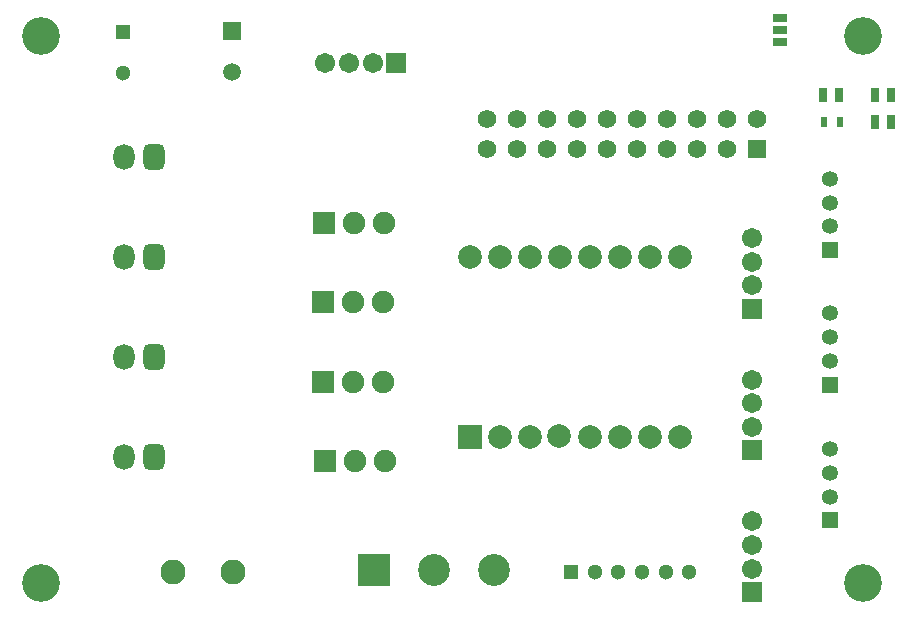
<source format=gbs>
G04*
G04 #@! TF.GenerationSoftware,Altium Limited,Altium Designer,20.1.8 (145)*
G04*
G04 Layer_Color=16711935*
%FSLAX25Y25*%
%MOIN*%
G70*
G04*
G04 #@! TF.SameCoordinates,2B98FD46-9CAB-426A-9CBD-916E77886E0C*
G04*
G04*
G04 #@! TF.FilePolarity,Negative*
G04*
G01*
G75*
%ADD20R,0.01968X0.03740*%
%ADD27R,0.02769X0.04540*%
%ADD32C,0.07887*%
%ADD33R,0.07887X0.07887*%
%ADD34R,0.05328X0.05328*%
%ADD35C,0.05328*%
%ADD36C,0.12611*%
%ADD37C,0.05918*%
%ADD38R,0.05918X0.05918*%
%ADD39C,0.06706*%
%ADD40R,0.06706X0.06706*%
%ADD41R,0.10642X0.10642*%
%ADD42C,0.10642*%
%ADD43C,0.06181*%
%ADD44R,0.06181X0.06181*%
%ADD45R,0.07493X0.07493*%
%ADD46C,0.07493*%
G04:AMPARAMS|DCode=47|XSize=86.74mil|YSize=70.99mil|CornerRadius=19.75mil|HoleSize=0mil|Usage=FLASHONLY|Rotation=270.000|XOffset=0mil|YOffset=0mil|HoleType=Round|Shape=RoundedRectangle|*
%AMROUNDEDRECTD47*
21,1,0.08674,0.03150,0,0,270.0*
21,1,0.04724,0.07099,0,0,270.0*
1,1,0.03950,-0.01575,-0.02362*
1,1,0.03950,-0.01575,0.02362*
1,1,0.03950,0.01575,0.02362*
1,1,0.03950,0.01575,-0.02362*
%
%ADD47ROUNDEDRECTD47*%
%ADD48O,0.07099X0.08674*%
%ADD49R,0.06706X0.06706*%
%ADD50C,0.08280*%
%ADD51C,0.05118*%
%ADD52R,0.05118X0.05118*%
%ADD53R,0.05118X0.05118*%
%ADD73R,0.04737X0.02769*%
D20*
X279724Y166929D02*
D03*
X274606D02*
D03*
D27*
X279331Y175984D02*
D03*
X274213D02*
D03*
X291535Y166929D02*
D03*
X296654D02*
D03*
Y175984D02*
D03*
X291535D02*
D03*
D32*
X186221Y62205D02*
D03*
X226339Y122126D02*
D03*
X216339D02*
D03*
X206339D02*
D03*
X196339D02*
D03*
X186339D02*
D03*
X176339D02*
D03*
X166339D02*
D03*
X156339D02*
D03*
X226339Y62126D02*
D03*
X216339D02*
D03*
X206339D02*
D03*
X196339D02*
D03*
X176339D02*
D03*
X166339D02*
D03*
D33*
X156339D02*
D03*
D34*
X276378Y124331D02*
D03*
Y79452D02*
D03*
X276378Y34191D02*
D03*
D35*
X276378Y132232D02*
D03*
Y140130D02*
D03*
Y148031D02*
D03*
Y87353D02*
D03*
Y95251D02*
D03*
Y103153D02*
D03*
X276378Y42092D02*
D03*
Y49990D02*
D03*
Y57892D02*
D03*
D36*
X287402Y195669D02*
D03*
Y13386D02*
D03*
X13386D02*
D03*
Y195669D02*
D03*
D37*
X76985Y183481D02*
D03*
D38*
Y197261D02*
D03*
D39*
X250394Y81102D02*
D03*
Y65354D02*
D03*
Y73228D02*
D03*
Y128347D02*
D03*
Y112598D02*
D03*
Y120472D02*
D03*
Y33858D02*
D03*
Y18110D02*
D03*
Y25984D02*
D03*
X108268Y186811D02*
D03*
X124016D02*
D03*
X116142D02*
D03*
D40*
X250394Y57480D02*
D03*
Y104724D02*
D03*
Y10236D02*
D03*
D41*
X124488Y17717D02*
D03*
D42*
X144488D02*
D03*
X164488D02*
D03*
D43*
X162284Y168110D02*
D03*
X172283D02*
D03*
X182283D02*
D03*
X192283D02*
D03*
X202284D02*
D03*
X212283D02*
D03*
X222284D02*
D03*
X232283D02*
D03*
X242284D02*
D03*
X252284D02*
D03*
X162284Y158110D02*
D03*
X172283D02*
D03*
X182283D02*
D03*
X192283D02*
D03*
X202284D02*
D03*
X212283D02*
D03*
X222284D02*
D03*
X232283D02*
D03*
X242284D02*
D03*
D44*
X252284D02*
D03*
D45*
X107953Y133465D02*
D03*
X107323Y106955D02*
D03*
X107480Y80446D02*
D03*
X108268Y53937D02*
D03*
D46*
X117953Y133465D02*
D03*
X127953D02*
D03*
X117323Y106955D02*
D03*
X127323D02*
D03*
X117480Y80446D02*
D03*
X127480D02*
D03*
X118268Y53937D02*
D03*
X128268D02*
D03*
D47*
X50984Y155315D02*
D03*
Y55462D02*
D03*
Y88746D02*
D03*
Y122030D02*
D03*
D48*
X41142Y155315D02*
D03*
Y55462D02*
D03*
Y88746D02*
D03*
Y122030D02*
D03*
D49*
X131890Y186811D02*
D03*
D50*
X57583Y16862D02*
D03*
X77583D02*
D03*
D51*
X229528Y16929D02*
D03*
X221654D02*
D03*
X213779D02*
D03*
X205906D02*
D03*
X198031D02*
D03*
X40945Y183268D02*
D03*
D52*
X190157Y16929D02*
D03*
D53*
X40945Y197047D02*
D03*
D73*
X259842Y193701D02*
D03*
Y197638D02*
D03*
Y201575D02*
D03*
M02*

</source>
